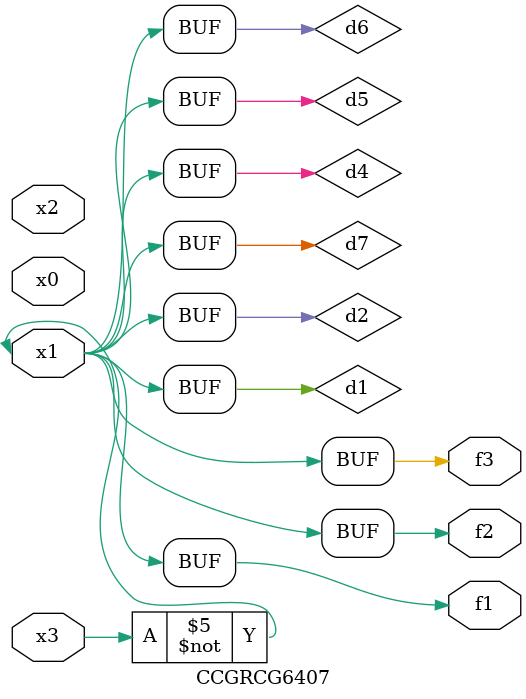
<source format=v>
module CCGRCG6407(
	input x0, x1, x2, x3,
	output f1, f2, f3
);

	wire d1, d2, d3, d4, d5, d6, d7;

	not (d1, x3);
	buf (d2, x1);
	xnor (d3, d1, d2);
	nor (d4, d1);
	buf (d5, d1, d2);
	buf (d6, d4, d5);
	nand (d7, d4);
	assign f1 = d6;
	assign f2 = d7;
	assign f3 = d6;
endmodule

</source>
